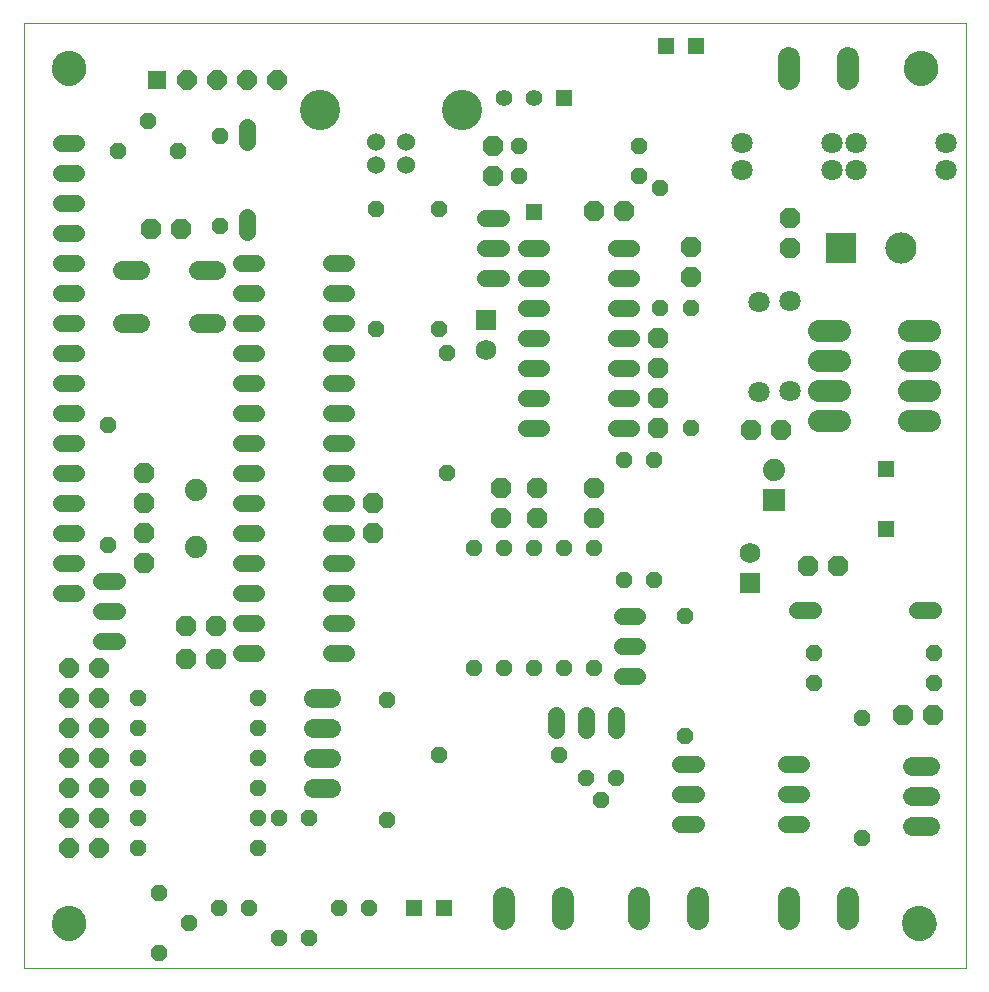
<source format=gts>
G75*
G70*
%OFA0B0*%
%FSLAX24Y24*%
%IPPOS*%
%LPD*%
%AMOC8*
5,1,8,0,0,1.08239X$1,22.5*
%
%ADD10C,0.0000*%
%ADD11R,0.0640X0.0640*%
%ADD12OC8,0.0640*%
%ADD13OC8,0.0560*%
%ADD14C,0.0560*%
%ADD15C,0.0640*%
%ADD16C,0.0600*%
%ADD17C,0.1340*%
%ADD18OC8,0.0670*%
%ADD19C,0.0740*%
%ADD20C,0.0709*%
%ADD21R,0.1040X0.1040*%
%ADD22C,0.1040*%
%ADD23R,0.0555X0.0555*%
%ADD24C,0.0745*%
%ADD25C,0.0740*%
%ADD26R,0.0740X0.0740*%
%ADD27C,0.1142*%
%ADD28C,0.0555*%
%ADD29R,0.0690X0.0690*%
%ADD30C,0.0690*%
D10*
X000353Y000353D02*
X000353Y031853D01*
X031753Y031853D01*
X031753Y000353D01*
X000353Y000353D01*
X001302Y001853D02*
X001304Y001900D01*
X001310Y001946D01*
X001320Y001992D01*
X001333Y002037D01*
X001351Y002080D01*
X001372Y002122D01*
X001396Y002162D01*
X001424Y002199D01*
X001455Y002234D01*
X001489Y002267D01*
X001525Y002296D01*
X001564Y002322D01*
X001605Y002345D01*
X001648Y002364D01*
X001692Y002380D01*
X001737Y002392D01*
X001783Y002400D01*
X001830Y002404D01*
X001876Y002404D01*
X001923Y002400D01*
X001969Y002392D01*
X002014Y002380D01*
X002058Y002364D01*
X002101Y002345D01*
X002142Y002322D01*
X002181Y002296D01*
X002217Y002267D01*
X002251Y002234D01*
X002282Y002199D01*
X002310Y002162D01*
X002334Y002122D01*
X002355Y002080D01*
X002373Y002037D01*
X002386Y001992D01*
X002396Y001946D01*
X002402Y001900D01*
X002404Y001853D01*
X002402Y001806D01*
X002396Y001760D01*
X002386Y001714D01*
X002373Y001669D01*
X002355Y001626D01*
X002334Y001584D01*
X002310Y001544D01*
X002282Y001507D01*
X002251Y001472D01*
X002217Y001439D01*
X002181Y001410D01*
X002142Y001384D01*
X002101Y001361D01*
X002058Y001342D01*
X002014Y001326D01*
X001969Y001314D01*
X001923Y001306D01*
X001876Y001302D01*
X001830Y001302D01*
X001783Y001306D01*
X001737Y001314D01*
X001692Y001326D01*
X001648Y001342D01*
X001605Y001361D01*
X001564Y001384D01*
X001525Y001410D01*
X001489Y001439D01*
X001455Y001472D01*
X001424Y001507D01*
X001396Y001544D01*
X001372Y001584D01*
X001351Y001626D01*
X001333Y001669D01*
X001320Y001714D01*
X001310Y001760D01*
X001304Y001806D01*
X001302Y001853D01*
X001302Y030353D02*
X001304Y030400D01*
X001310Y030446D01*
X001320Y030492D01*
X001333Y030537D01*
X001351Y030580D01*
X001372Y030622D01*
X001396Y030662D01*
X001424Y030699D01*
X001455Y030734D01*
X001489Y030767D01*
X001525Y030796D01*
X001564Y030822D01*
X001605Y030845D01*
X001648Y030864D01*
X001692Y030880D01*
X001737Y030892D01*
X001783Y030900D01*
X001830Y030904D01*
X001876Y030904D01*
X001923Y030900D01*
X001969Y030892D01*
X002014Y030880D01*
X002058Y030864D01*
X002101Y030845D01*
X002142Y030822D01*
X002181Y030796D01*
X002217Y030767D01*
X002251Y030734D01*
X002282Y030699D01*
X002310Y030662D01*
X002334Y030622D01*
X002355Y030580D01*
X002373Y030537D01*
X002386Y030492D01*
X002396Y030446D01*
X002402Y030400D01*
X002404Y030353D01*
X002402Y030306D01*
X002396Y030260D01*
X002386Y030214D01*
X002373Y030169D01*
X002355Y030126D01*
X002334Y030084D01*
X002310Y030044D01*
X002282Y030007D01*
X002251Y029972D01*
X002217Y029939D01*
X002181Y029910D01*
X002142Y029884D01*
X002101Y029861D01*
X002058Y029842D01*
X002014Y029826D01*
X001969Y029814D01*
X001923Y029806D01*
X001876Y029802D01*
X001830Y029802D01*
X001783Y029806D01*
X001737Y029814D01*
X001692Y029826D01*
X001648Y029842D01*
X001605Y029861D01*
X001564Y029884D01*
X001525Y029910D01*
X001489Y029939D01*
X001455Y029972D01*
X001424Y030007D01*
X001396Y030044D01*
X001372Y030084D01*
X001351Y030126D01*
X001333Y030169D01*
X001320Y030214D01*
X001310Y030260D01*
X001304Y030306D01*
X001302Y030353D01*
X029702Y030353D02*
X029704Y030400D01*
X029710Y030446D01*
X029720Y030492D01*
X029733Y030537D01*
X029751Y030580D01*
X029772Y030622D01*
X029796Y030662D01*
X029824Y030699D01*
X029855Y030734D01*
X029889Y030767D01*
X029925Y030796D01*
X029964Y030822D01*
X030005Y030845D01*
X030048Y030864D01*
X030092Y030880D01*
X030137Y030892D01*
X030183Y030900D01*
X030230Y030904D01*
X030276Y030904D01*
X030323Y030900D01*
X030369Y030892D01*
X030414Y030880D01*
X030458Y030864D01*
X030501Y030845D01*
X030542Y030822D01*
X030581Y030796D01*
X030617Y030767D01*
X030651Y030734D01*
X030682Y030699D01*
X030710Y030662D01*
X030734Y030622D01*
X030755Y030580D01*
X030773Y030537D01*
X030786Y030492D01*
X030796Y030446D01*
X030802Y030400D01*
X030804Y030353D01*
X030802Y030306D01*
X030796Y030260D01*
X030786Y030214D01*
X030773Y030169D01*
X030755Y030126D01*
X030734Y030084D01*
X030710Y030044D01*
X030682Y030007D01*
X030651Y029972D01*
X030617Y029939D01*
X030581Y029910D01*
X030542Y029884D01*
X030501Y029861D01*
X030458Y029842D01*
X030414Y029826D01*
X030369Y029814D01*
X030323Y029806D01*
X030276Y029802D01*
X030230Y029802D01*
X030183Y029806D01*
X030137Y029814D01*
X030092Y029826D01*
X030048Y029842D01*
X030005Y029861D01*
X029964Y029884D01*
X029925Y029910D01*
X029889Y029939D01*
X029855Y029972D01*
X029824Y030007D01*
X029796Y030044D01*
X029772Y030084D01*
X029751Y030126D01*
X029733Y030169D01*
X029720Y030214D01*
X029710Y030260D01*
X029704Y030306D01*
X029702Y030353D01*
X029652Y001853D02*
X029654Y001900D01*
X029660Y001946D01*
X029670Y001992D01*
X029683Y002037D01*
X029701Y002080D01*
X029722Y002122D01*
X029746Y002162D01*
X029774Y002199D01*
X029805Y002234D01*
X029839Y002267D01*
X029875Y002296D01*
X029914Y002322D01*
X029955Y002345D01*
X029998Y002364D01*
X030042Y002380D01*
X030087Y002392D01*
X030133Y002400D01*
X030180Y002404D01*
X030226Y002404D01*
X030273Y002400D01*
X030319Y002392D01*
X030364Y002380D01*
X030408Y002364D01*
X030451Y002345D01*
X030492Y002322D01*
X030531Y002296D01*
X030567Y002267D01*
X030601Y002234D01*
X030632Y002199D01*
X030660Y002162D01*
X030684Y002122D01*
X030705Y002080D01*
X030723Y002037D01*
X030736Y001992D01*
X030746Y001946D01*
X030752Y001900D01*
X030754Y001853D01*
X030752Y001806D01*
X030746Y001760D01*
X030736Y001714D01*
X030723Y001669D01*
X030705Y001626D01*
X030684Y001584D01*
X030660Y001544D01*
X030632Y001507D01*
X030601Y001472D01*
X030567Y001439D01*
X030531Y001410D01*
X030492Y001384D01*
X030451Y001361D01*
X030408Y001342D01*
X030364Y001326D01*
X030319Y001314D01*
X030273Y001306D01*
X030226Y001302D01*
X030180Y001302D01*
X030133Y001306D01*
X030087Y001314D01*
X030042Y001326D01*
X029998Y001342D01*
X029955Y001361D01*
X029914Y001384D01*
X029875Y001410D01*
X029839Y001439D01*
X029805Y001472D01*
X029774Y001507D01*
X029746Y001544D01*
X029722Y001584D01*
X029701Y001626D01*
X029683Y001669D01*
X029670Y001714D01*
X029660Y001760D01*
X029654Y001806D01*
X029652Y001853D01*
D11*
X004803Y029953D03*
D12*
X005803Y029953D03*
X006803Y029953D03*
X007803Y029953D03*
X008803Y029953D03*
X002853Y010353D03*
X002853Y009353D03*
X002853Y008353D03*
X002853Y007353D03*
X002853Y006353D03*
X002853Y005353D03*
X002853Y004353D03*
X001853Y004353D03*
X001853Y005353D03*
X001853Y006353D03*
X001853Y007353D03*
X001853Y008353D03*
X001853Y009353D03*
X001853Y010353D03*
D13*
X004153Y009353D03*
X004153Y008353D03*
X004153Y007353D03*
X004153Y006353D03*
X004153Y005353D03*
X004153Y004353D03*
X004853Y002853D03*
X005853Y001853D03*
X006853Y002353D03*
X007853Y002353D03*
X008853Y001353D03*
X009853Y001353D03*
X010853Y002353D03*
X011853Y002353D03*
X012453Y005303D03*
X014203Y007453D03*
X012453Y009303D03*
X015353Y010353D03*
X016353Y010353D03*
X017353Y010353D03*
X018353Y010353D03*
X019353Y010353D03*
X020353Y013303D03*
X021353Y013303D03*
X022403Y012103D03*
X019353Y014353D03*
X018353Y014353D03*
X017353Y014353D03*
X016353Y014353D03*
X015353Y014353D03*
X014453Y016853D03*
X014453Y020853D03*
X014203Y021653D03*
X012103Y021653D03*
X012103Y025653D03*
X014203Y025653D03*
X016853Y026753D03*
X016853Y027753D03*
X020853Y027753D03*
X020853Y026753D03*
X021553Y026353D03*
X021553Y022353D03*
X022603Y022353D03*
X022603Y018353D03*
X021353Y017303D03*
X020353Y017303D03*
X026703Y010853D03*
X026703Y009853D03*
X028303Y008703D03*
X030703Y009853D03*
X030703Y010853D03*
X028303Y004703D03*
X022403Y008103D03*
X020103Y006703D03*
X019603Y005953D03*
X019103Y006703D03*
X018203Y007453D03*
X009853Y005353D03*
X008853Y005353D03*
X008153Y005353D03*
X008153Y006353D03*
X008153Y007353D03*
X008153Y008353D03*
X008153Y009353D03*
X008153Y004353D03*
X004853Y000853D03*
X003153Y014453D03*
X003153Y018453D03*
X006903Y025103D03*
X005503Y027603D03*
X004503Y028603D03*
X003503Y027603D03*
X006903Y028103D03*
D14*
X007803Y027893D02*
X007803Y028413D01*
X007803Y025413D02*
X007803Y024893D01*
X007593Y023853D02*
X008113Y023853D01*
X008113Y022853D02*
X007593Y022853D01*
X007593Y021853D02*
X008113Y021853D01*
X008113Y020853D02*
X007593Y020853D01*
X007593Y019853D02*
X008113Y019853D01*
X008113Y018853D02*
X007593Y018853D01*
X007593Y017853D02*
X008113Y017853D01*
X008113Y016853D02*
X007593Y016853D01*
X007593Y015853D02*
X008113Y015853D01*
X008113Y014853D02*
X007593Y014853D01*
X007593Y013853D02*
X008113Y013853D01*
X008113Y012853D02*
X007593Y012853D01*
X007593Y011853D02*
X008113Y011853D01*
X008113Y010853D02*
X007593Y010853D01*
X010593Y010853D02*
X011113Y010853D01*
X011113Y011853D02*
X010593Y011853D01*
X010593Y012853D02*
X011113Y012853D01*
X011113Y013853D02*
X010593Y013853D01*
X010593Y014853D02*
X011113Y014853D01*
X011113Y015853D02*
X010593Y015853D01*
X010593Y016853D02*
X011113Y016853D01*
X011113Y017853D02*
X010593Y017853D01*
X010593Y018853D02*
X011113Y018853D01*
X011113Y019853D02*
X010593Y019853D01*
X010593Y020853D02*
X011113Y020853D01*
X011113Y021853D02*
X010593Y021853D01*
X010593Y022853D02*
X011113Y022853D01*
X011113Y023853D02*
X010593Y023853D01*
X015743Y024353D02*
X016263Y024353D01*
X017093Y024353D02*
X017613Y024353D01*
X017613Y023353D02*
X017093Y023353D01*
X016263Y023353D02*
X015743Y023353D01*
X017093Y022353D02*
X017613Y022353D01*
X017613Y021353D02*
X017093Y021353D01*
X017093Y020353D02*
X017613Y020353D01*
X017613Y019353D02*
X017093Y019353D01*
X017093Y018353D02*
X017613Y018353D01*
X020093Y018353D02*
X020613Y018353D01*
X020613Y019353D02*
X020093Y019353D01*
X020093Y020353D02*
X020613Y020353D01*
X020613Y021353D02*
X020093Y021353D01*
X020093Y022353D02*
X020613Y022353D01*
X020613Y023353D02*
X020093Y023353D01*
X020093Y024353D02*
X020613Y024353D01*
X016263Y025353D02*
X015743Y025353D01*
X026143Y012303D02*
X026663Y012303D01*
X030143Y012303D02*
X030663Y012303D01*
X026273Y007153D02*
X025753Y007153D01*
X025753Y006153D02*
X026273Y006153D01*
X026273Y005153D02*
X025753Y005153D01*
X022753Y005153D02*
X022233Y005153D01*
X022233Y006153D02*
X022753Y006153D01*
X022753Y007153D02*
X022233Y007153D01*
X020103Y008293D02*
X020103Y008813D01*
X019103Y008813D02*
X019103Y008293D01*
X018103Y008293D02*
X018103Y008813D01*
X020293Y010103D02*
X020813Y010103D01*
X020813Y011103D02*
X020293Y011103D01*
X020293Y012103D02*
X020813Y012103D01*
X003463Y012253D02*
X002943Y012253D01*
X002943Y013253D02*
X003463Y013253D01*
X002113Y012853D02*
X001593Y012853D01*
X001593Y013853D02*
X002113Y013853D01*
X002113Y014853D02*
X001593Y014853D01*
X001593Y015853D02*
X002113Y015853D01*
X002113Y016853D02*
X001593Y016853D01*
X001593Y017853D02*
X002113Y017853D01*
X002113Y018853D02*
X001593Y018853D01*
X001593Y019853D02*
X002113Y019853D01*
X002113Y020853D02*
X001593Y020853D01*
X001593Y021853D02*
X002113Y021853D01*
X002113Y022853D02*
X001593Y022853D01*
X001593Y023853D02*
X002113Y023853D01*
X002113Y024853D02*
X001593Y024853D01*
X001593Y025853D02*
X002113Y025853D01*
X002113Y026853D02*
X001593Y026853D01*
X001593Y027853D02*
X002113Y027853D01*
X002943Y011253D02*
X003463Y011253D01*
D15*
X010003Y009353D02*
X010603Y009353D01*
X010603Y008353D02*
X010003Y008353D01*
X010003Y007353D02*
X010603Y007353D01*
X010603Y006353D02*
X010003Y006353D01*
X006783Y021863D02*
X006183Y021863D01*
X006183Y023643D02*
X006783Y023643D01*
X004223Y023643D02*
X003623Y023643D01*
X003623Y021863D02*
X004223Y021863D01*
X029953Y007103D02*
X030553Y007103D01*
X030553Y006103D02*
X029953Y006103D01*
X029953Y005103D02*
X030553Y005103D01*
D16*
X013095Y027123D03*
X013095Y027903D03*
X012111Y027903D03*
X012111Y027123D03*
D17*
X010233Y028973D03*
X014973Y028973D03*
D18*
X016003Y027753D03*
X016003Y026753D03*
X019353Y025603D03*
X020353Y025603D03*
X022603Y024403D03*
X022603Y023403D03*
X021503Y021353D03*
X021503Y020353D03*
X021503Y019353D03*
X021503Y018353D03*
X019353Y016353D03*
X019353Y015353D03*
X017453Y015353D03*
X017453Y016353D03*
X016253Y016353D03*
X016253Y015353D03*
X012003Y015853D03*
X012003Y014853D03*
X006753Y011753D03*
X006753Y010653D03*
X005753Y010653D03*
X005753Y011753D03*
X004353Y013853D03*
X004353Y014853D03*
X004353Y015853D03*
X004353Y016853D03*
X004603Y025003D03*
X005603Y025003D03*
X024603Y018303D03*
X025603Y018303D03*
X026503Y013753D03*
X027503Y013753D03*
X029653Y008803D03*
X030653Y008803D03*
X025903Y024353D03*
X025903Y025353D03*
D19*
X025353Y016953D03*
X006103Y016303D03*
X006103Y014403D03*
D20*
X024303Y026953D03*
X024303Y027853D03*
X027303Y027853D03*
X028103Y027853D03*
X028103Y026953D03*
X027303Y026953D03*
X031103Y026953D03*
X031103Y027853D03*
X025903Y022603D03*
X024853Y022553D03*
X024853Y019553D03*
X025903Y019603D03*
D21*
X027603Y024353D03*
D22*
X029603Y024353D03*
D23*
X022753Y031103D03*
X021753Y031103D03*
X018353Y029353D03*
X017353Y025553D03*
X029103Y017003D03*
X029103Y015003D03*
X014353Y002353D03*
X013353Y002353D03*
D24*
X016369Y002000D02*
X016369Y002705D01*
X018337Y002705D02*
X018337Y002000D01*
X020869Y002000D02*
X020869Y002705D01*
X022837Y002705D02*
X022837Y002000D01*
X025869Y002000D02*
X025869Y002705D01*
X027837Y002705D02*
X027837Y002000D01*
X027837Y030000D02*
X027837Y030705D01*
X025869Y030705D02*
X025869Y030000D01*
D25*
X026853Y021603D02*
X027553Y021603D01*
X027553Y020603D02*
X026853Y020603D01*
X026853Y019603D02*
X027553Y019603D01*
X027553Y018603D02*
X026853Y018603D01*
X029853Y018603D02*
X030553Y018603D01*
X030553Y019603D02*
X029853Y019603D01*
X029853Y020603D02*
X030553Y020603D01*
X030553Y021603D02*
X029853Y021603D01*
D26*
X025353Y015953D03*
D27*
X030203Y001853D03*
X030253Y030353D03*
X001853Y030353D03*
X001853Y001853D03*
D28*
X016353Y029353D03*
X017353Y029353D03*
D29*
X015753Y021953D03*
X024553Y013203D03*
D30*
X024553Y014203D03*
X015753Y020953D03*
M02*

</source>
